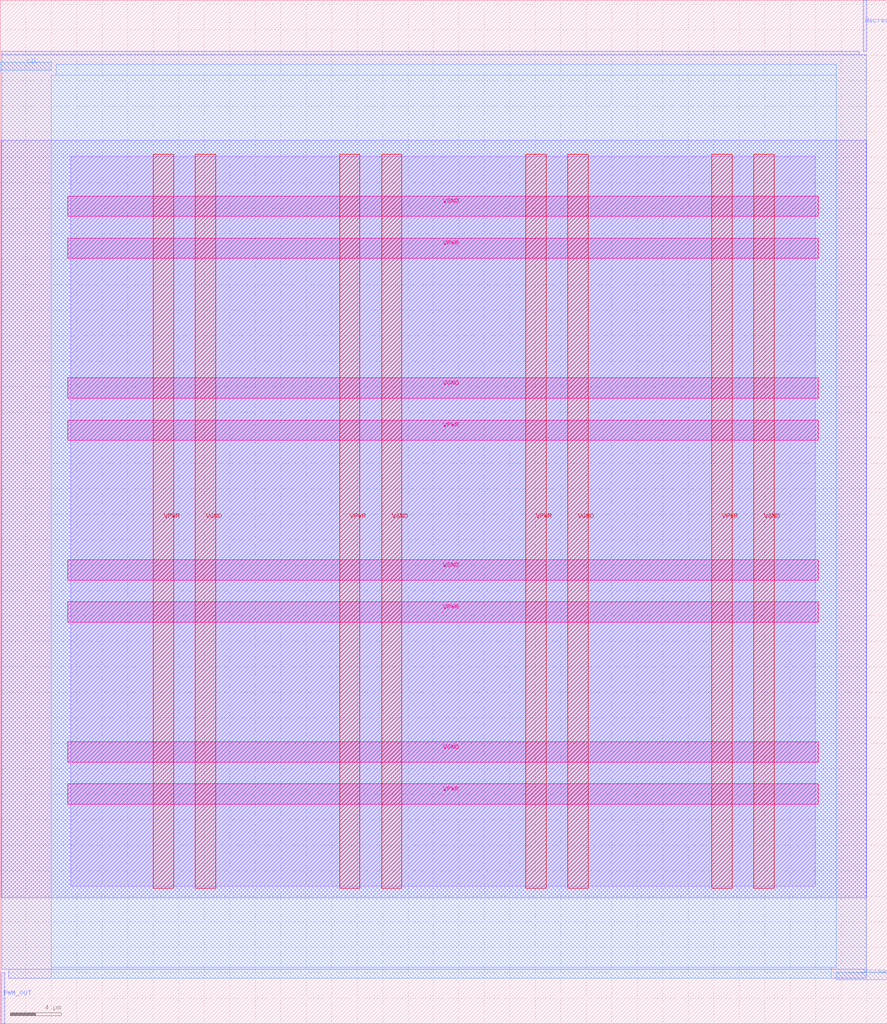
<source format=lef>
VERSION 5.7 ;
  NOWIREEXTENSIONATPIN ON ;
  DIVIDERCHAR "/" ;
  BUSBITCHARS "[]" ;
MACRO pes_pwm
  CLASS BLOCK ;
  FOREIGN pes_pwm ;
  ORIGIN 0.000 0.000 ;
  SIZE 69.610 BY 80.330 ;
  PIN PWM_OUT
    DIRECTION OUTPUT TRISTATE ;
    USE SIGNAL ;
    ANTENNADIFFAREA 0.795200 ;
    PORT
      LAYER met2 ;
        RECT 0.090 0.000 0.370 4.000 ;
    END
  END PWM_OUT
  PIN VGND
    DIRECTION INOUT ;
    USE GROUND ;
    PORT
      LAYER met4 ;
        RECT 15.320 10.640 16.920 68.240 ;
    END
    PORT
      LAYER met4 ;
        RECT 29.925 10.640 31.525 68.240 ;
    END
    PORT
      LAYER met4 ;
        RECT 44.530 10.640 46.130 68.240 ;
    END
    PORT
      LAYER met4 ;
        RECT 59.135 10.640 60.735 68.240 ;
    END
    PORT
      LAYER met5 ;
        RECT 5.280 20.520 64.180 22.120 ;
    END
    PORT
      LAYER met5 ;
        RECT 5.280 34.800 64.180 36.400 ;
    END
    PORT
      LAYER met5 ;
        RECT 5.280 49.080 64.180 50.680 ;
    END
    PORT
      LAYER met5 ;
        RECT 5.280 63.360 64.180 64.960 ;
    END
  END VGND
  PIN VPWR
    DIRECTION INOUT ;
    USE POWER ;
    PORT
      LAYER met4 ;
        RECT 12.020 10.640 13.620 68.240 ;
    END
    PORT
      LAYER met4 ;
        RECT 26.625 10.640 28.225 68.240 ;
    END
    PORT
      LAYER met4 ;
        RECT 41.230 10.640 42.830 68.240 ;
    END
    PORT
      LAYER met4 ;
        RECT 55.835 10.640 57.435 68.240 ;
    END
    PORT
      LAYER met5 ;
        RECT 5.280 17.220 64.180 18.820 ;
    END
    PORT
      LAYER met5 ;
        RECT 5.280 31.500 64.180 33.100 ;
    END
    PORT
      LAYER met5 ;
        RECT 5.280 45.780 64.180 47.380 ;
    END
    PORT
      LAYER met5 ;
        RECT 5.280 60.060 64.180 61.660 ;
    END
  END VPWR
  PIN clk
    DIRECTION INPUT ;
    USE SIGNAL ;
    ANTENNAGATEAREA 0.852000 ;
    PORT
      LAYER met3 ;
        RECT 0.000 74.840 4.000 75.440 ;
    END
  END clk
  PIN decrease_duty
    DIRECTION INPUT ;
    USE SIGNAL ;
    ANTENNAGATEAREA 0.196500 ;
    PORT
      LAYER met2 ;
        RECT 67.710 76.330 67.990 80.330 ;
    END
  END decrease_duty
  PIN increase_duty
    DIRECTION INPUT ;
    USE SIGNAL ;
    ANTENNAGATEAREA 0.196500 ;
    PORT
      LAYER met3 ;
        RECT 65.610 3.440 69.610 4.040 ;
    END
  END increase_duty
  OBS
      LAYER li1 ;
        RECT 5.520 10.795 63.940 68.085 ;
      LAYER met1 ;
        RECT 0.070 9.900 68.010 69.320 ;
      LAYER met2 ;
        RECT 0.100 76.050 67.430 76.330 ;
        RECT 0.100 4.280 67.980 76.050 ;
        RECT 0.650 3.555 67.980 4.280 ;
      LAYER met3 ;
        RECT 4.400 74.440 65.610 75.305 ;
        RECT 4.000 4.440 65.610 74.440 ;
        RECT 4.000 3.575 65.210 4.440 ;
  END
END pes_pwm
END LIBRARY


</source>
